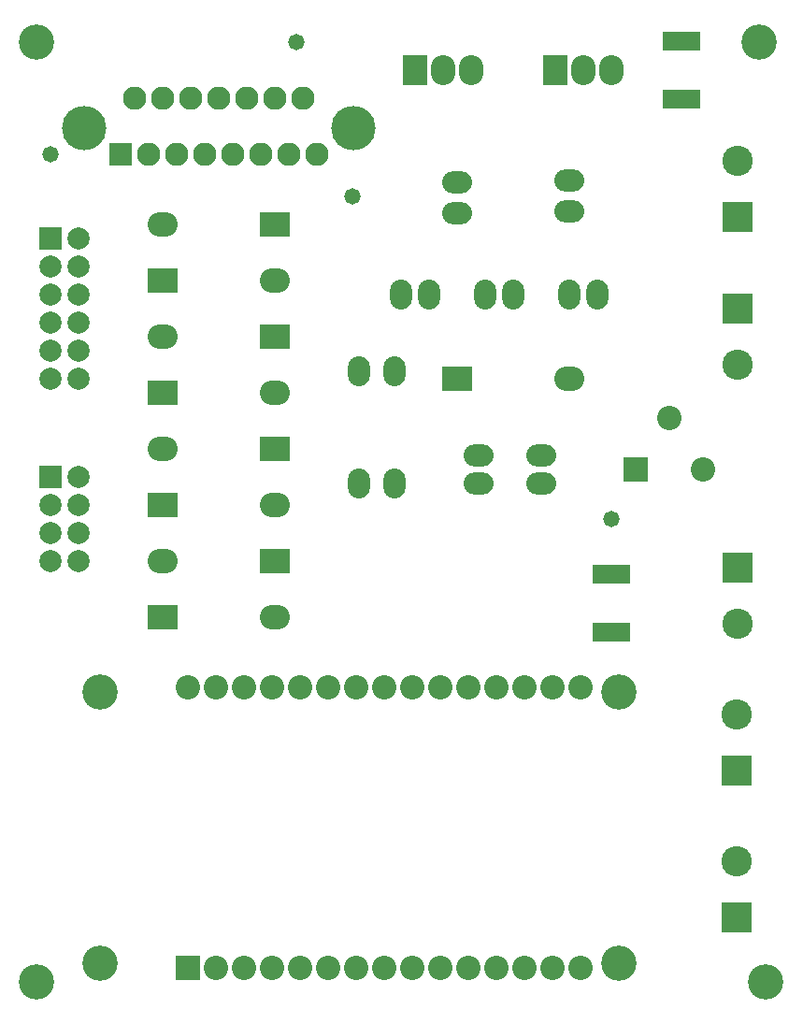
<source format=gts>
G04*
G04 #@! TF.GenerationSoftware,Altium Limited,Altium Designer,24.0.1 (36)*
G04*
G04 Layer_Color=8388736*
%FSLAX44Y44*%
%MOMM*%
G71*
G04*
G04 #@! TF.SameCoordinates,43BDCCDE-791F-4BA8-B158-4DCCD13140C2*
G04*
G04*
G04 #@! TF.FilePolarity,Negative*
G04*
G01*
G75*
%ADD17R,3.5052X1.7780*%
%ADD18O,2.0032X2.7032*%
%ADD19R,2.0032X2.0032*%
%ADD20C,2.0032*%
%ADD21O,2.7032X2.2032*%
%ADD22R,2.7032X2.2032*%
%ADD23R,2.7432X2.7432*%
%ADD24C,2.7432*%
%ADD25C,3.2032*%
%ADD26R,2.2032X2.2032*%
%ADD27C,2.2032*%
%ADD28O,2.2032X2.7032*%
%ADD29R,2.2032X2.7032*%
%ADD30O,2.7032X2.0032*%
%ADD31O,2.0032X2.7032*%
%ADD32R,2.2032X2.2032*%
%ADD33C,2.1082*%
%ADD34R,2.1082X2.1082*%
%ADD35C,4.0132*%
%ADD36C,1.4732*%
D17*
X558800Y407162D02*
D03*
Y354838D02*
D03*
X622300Y889762D02*
D03*
Y837438D02*
D03*
D18*
X546100Y660400D02*
D03*
X520700D02*
D03*
X444500D02*
D03*
X469900D02*
D03*
X368300D02*
D03*
X393700D02*
D03*
D19*
X50800Y495300D02*
D03*
Y711200D02*
D03*
D20*
X76200Y495300D02*
D03*
X50800Y469900D02*
D03*
X76200D02*
D03*
X50800Y444500D02*
D03*
X76200D02*
D03*
X50800Y419100D02*
D03*
X76200D02*
D03*
Y584200D02*
D03*
X50800D02*
D03*
X76200Y609600D02*
D03*
X50800D02*
D03*
X76200Y635000D02*
D03*
X50800D02*
D03*
X76200Y660400D02*
D03*
X50800D02*
D03*
X76200Y685800D02*
D03*
X50800D02*
D03*
X76200Y711200D02*
D03*
D21*
X254000Y368300D02*
D03*
X152400Y419100D02*
D03*
X254000Y469900D02*
D03*
X152400Y520700D02*
D03*
X520700Y584200D02*
D03*
X254000Y571500D02*
D03*
X152400Y723900D02*
D03*
X254000Y673100D02*
D03*
X152400Y622300D02*
D03*
D22*
Y368300D02*
D03*
X254000Y419100D02*
D03*
X152400Y469900D02*
D03*
X254000Y520700D02*
D03*
X419100Y584200D02*
D03*
X152400Y571500D02*
D03*
X254000Y723900D02*
D03*
X152400Y673100D02*
D03*
X254000Y622300D02*
D03*
D23*
X671830Y96210D02*
D03*
Y229560D02*
D03*
X673100Y412750D02*
D03*
Y647700D02*
D03*
Y730250D02*
D03*
D24*
X671830Y147010D02*
D03*
Y280360D02*
D03*
X673100Y361950D02*
D03*
Y596900D02*
D03*
Y781050D02*
D03*
D25*
X95450Y300100D02*
D03*
X564950Y55000D02*
D03*
Y300100D02*
D03*
X95450Y55000D02*
D03*
X698500Y37790D02*
D03*
X38100D02*
D03*
Y888690D02*
D03*
X692150D02*
D03*
D26*
X175050Y50800D02*
D03*
D27*
X200450D02*
D03*
X225850D02*
D03*
X251250D02*
D03*
X276650D02*
D03*
X302050D02*
D03*
X327450D02*
D03*
X352850D02*
D03*
X378250D02*
D03*
X403650D02*
D03*
X429050D02*
D03*
X454450D02*
D03*
X479850D02*
D03*
X505250D02*
D03*
X530650D02*
D03*
X175050Y304800D02*
D03*
X200450D02*
D03*
X225850D02*
D03*
X251250D02*
D03*
X276650D02*
D03*
X302050D02*
D03*
X327450D02*
D03*
X352850D02*
D03*
X378250D02*
D03*
X403650D02*
D03*
X429050D02*
D03*
X454450D02*
D03*
X479850D02*
D03*
X505250D02*
D03*
X530650D02*
D03*
X641350Y501650D02*
D03*
X610870Y548640D02*
D03*
D28*
X558800Y863600D02*
D03*
X533400D02*
D03*
X431800D02*
D03*
X406400D02*
D03*
D29*
X508000D02*
D03*
X381000D02*
D03*
D30*
X520700Y735330D02*
D03*
Y763270D02*
D03*
X419100Y734060D02*
D03*
Y762000D02*
D03*
X438150Y514350D02*
D03*
Y488950D02*
D03*
X495300Y514350D02*
D03*
Y488950D02*
D03*
D31*
X330200D02*
D03*
Y590550D02*
D03*
X361950Y488950D02*
D03*
Y590550D02*
D03*
D32*
X580390Y501650D02*
D03*
D33*
X292100Y787400D02*
D03*
X279400Y838200D02*
D03*
X266700Y787400D02*
D03*
X254000Y838200D02*
D03*
X241300Y787400D02*
D03*
X228600Y838200D02*
D03*
X215900Y787400D02*
D03*
X203200Y838200D02*
D03*
X190500Y787400D02*
D03*
X177800Y838200D02*
D03*
X165100Y787400D02*
D03*
X152400Y838200D02*
D03*
X139700Y787400D02*
D03*
X127000Y838200D02*
D03*
D34*
X114300Y787400D02*
D03*
D35*
X325120Y810514D02*
D03*
X81280D02*
D03*
D36*
X273050Y889000D02*
D03*
X558800Y457200D02*
D03*
X323850Y749300D02*
D03*
X50800Y787400D02*
D03*
M02*

</source>
